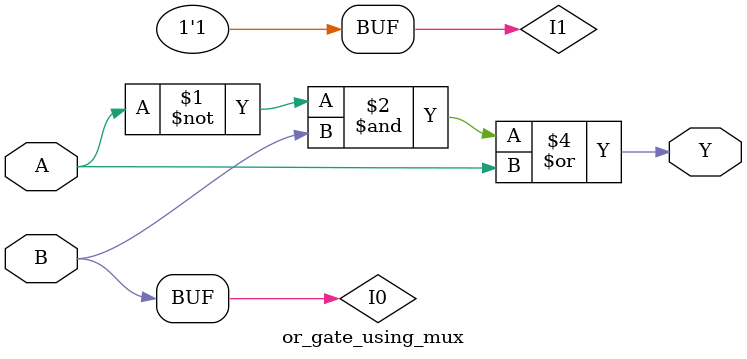
<source format=v>
module or_gate_using_mux (
    input wire A,
    input wire B,
    output wire Y
);
    // Inputs to 2:1 MUX
    wire I0;  // Connected to B
    wire I1;  // Connected to constant 1

    assign I0 = B;
    assign I1 = 1'b1;

    // 2:1 MUX logic: Y = S'I0 + S I1, here S = A
    assign Y = (~A & I0) | (A & I1);
endmodule

</source>
